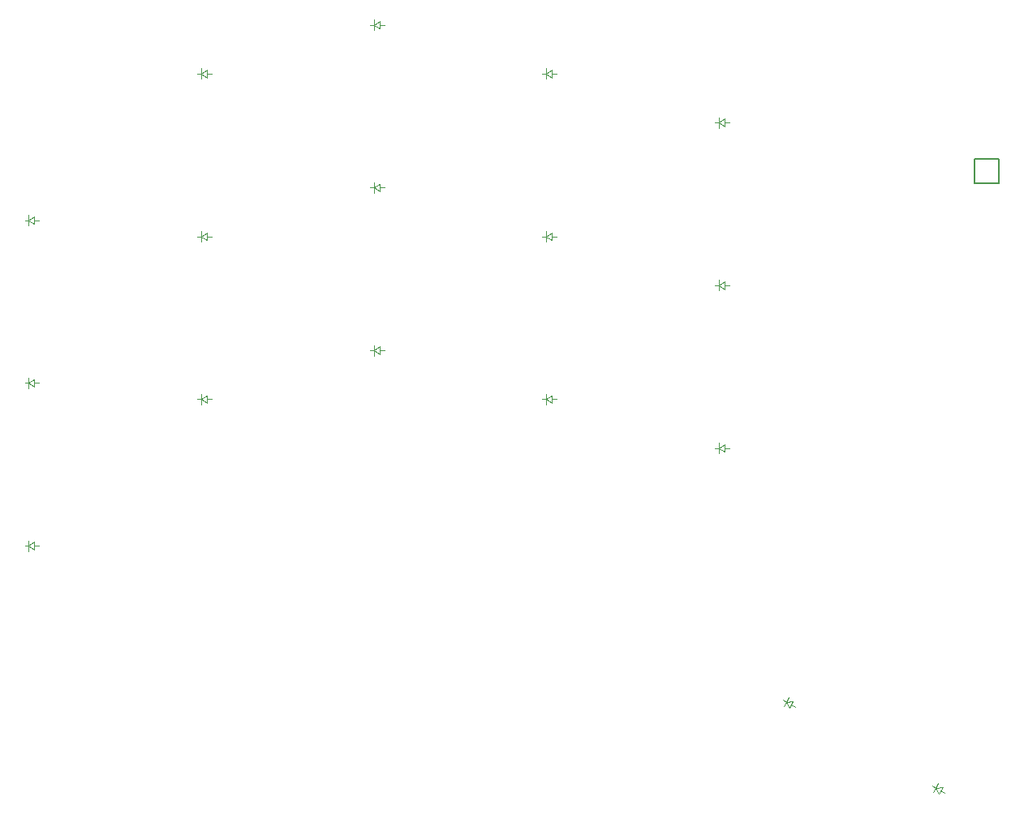
<source format=gbr>
%TF.GenerationSoftware,KiCad,Pcbnew,(6.0.6-1)-1*%
%TF.CreationDate,2022-08-23T15:15:48-05:00*%
%TF.ProjectId,smcboard,736d6362-6f61-4726-942e-6b696361645f,v1.0.0*%
%TF.SameCoordinates,Original*%
%TF.FileFunction,Legend,Bot*%
%TF.FilePolarity,Positive*%
%FSLAX46Y46*%
G04 Gerber Fmt 4.6, Leading zero omitted, Abs format (unit mm)*
G04 Created by KiCad (PCBNEW (6.0.6-1)-1) date 2022-08-23 15:15:48*
%MOMM*%
%LPD*%
G01*
G04 APERTURE LIST*
%ADD10C,0.100000*%
%ADD11C,0.150000*%
G04 APERTURE END LIST*
D10*
%TO.C,D6*%
X92750000Y-49650000D02*
X92150000Y-49250000D01*
X92150000Y-49250000D02*
X92150000Y-49800000D01*
X92750000Y-49250000D02*
X93250000Y-49250000D01*
X92750000Y-48850000D02*
X92750000Y-49650000D01*
X92150000Y-49250000D02*
X92750000Y-48850000D01*
X92150000Y-49250000D02*
X92150000Y-48700000D01*
X91750000Y-49250000D02*
X92150000Y-49250000D01*
%TO.C,D14*%
X146150000Y-71350000D02*
X146750000Y-70950000D01*
X146750000Y-71750000D02*
X146150000Y-71350000D01*
X146150000Y-71350000D02*
X146150000Y-70800000D01*
X145750000Y-71350000D02*
X146150000Y-71350000D01*
X146750000Y-70950000D02*
X146750000Y-71750000D01*
X146750000Y-71350000D02*
X147250000Y-71350000D01*
X146150000Y-71350000D02*
X146150000Y-71900000D01*
%TO.C,D17*%
X168438938Y-123639102D02*
X168785348Y-123839102D01*
X168785348Y-123839102D02*
X168510348Y-124315416D01*
X169104963Y-124485512D02*
X168785348Y-123839102D01*
X169304963Y-124139102D02*
X169737976Y-124389102D01*
X168785348Y-123839102D02*
X169060348Y-123362788D01*
X168785348Y-123839102D02*
X169504963Y-123792692D01*
X169504963Y-123792692D02*
X169104963Y-124485512D01*
%TO.C,D12*%
X128750000Y-49250000D02*
X129250000Y-49250000D01*
X128750000Y-48850000D02*
X128750000Y-49650000D01*
X128150000Y-49250000D02*
X128150000Y-49800000D01*
X128750000Y-49650000D02*
X128150000Y-49250000D01*
X128150000Y-49250000D02*
X128150000Y-48700000D01*
X128150000Y-49250000D02*
X128750000Y-48850000D01*
X127750000Y-49250000D02*
X128150000Y-49250000D01*
%TO.C,D5*%
X92750000Y-66250000D02*
X93250000Y-66250000D01*
X91750000Y-66250000D02*
X92150000Y-66250000D01*
X92150000Y-66250000D02*
X92750000Y-65850000D01*
X92150000Y-66250000D02*
X92150000Y-65700000D01*
X92750000Y-65850000D02*
X92750000Y-66650000D01*
X92750000Y-66650000D02*
X92150000Y-66250000D01*
X92150000Y-66250000D02*
X92150000Y-66800000D01*
%TO.C,D2*%
X74750000Y-81150000D02*
X74750000Y-81950000D01*
X74750000Y-81950000D02*
X74150000Y-81550000D01*
X74150000Y-81550000D02*
X74750000Y-81150000D01*
X74750000Y-81550000D02*
X75250000Y-81550000D01*
X74150000Y-81550000D02*
X74150000Y-82100000D01*
X73750000Y-81550000D02*
X74150000Y-81550000D01*
X74150000Y-81550000D02*
X74150000Y-81000000D01*
%TO.C,D9*%
X110150000Y-44150000D02*
X110150000Y-43600000D01*
X110750000Y-44150000D02*
X111250000Y-44150000D01*
X109750000Y-44150000D02*
X110150000Y-44150000D01*
X110750000Y-43750000D02*
X110750000Y-44550000D01*
X110750000Y-44550000D02*
X110150000Y-44150000D01*
X110150000Y-44150000D02*
X110750000Y-43750000D01*
X110150000Y-44150000D02*
X110150000Y-44700000D01*
%TO.C,D16*%
X153196891Y-114839102D02*
X152921891Y-115315416D01*
X152850481Y-114639102D02*
X153196891Y-114839102D01*
X153516506Y-115485512D02*
X153196891Y-114839102D01*
X153916506Y-114792692D02*
X153516506Y-115485512D01*
X153716506Y-115139102D02*
X154149519Y-115389102D01*
X153196891Y-114839102D02*
X153471891Y-114362788D01*
X153196891Y-114839102D02*
X153916506Y-114792692D01*
%TO.C,D13*%
X146150000Y-88350000D02*
X146150000Y-88900000D01*
X146750000Y-88750000D02*
X146150000Y-88350000D01*
X146150000Y-88350000D02*
X146750000Y-87950000D01*
X145750000Y-88350000D02*
X146150000Y-88350000D01*
X146750000Y-87950000D02*
X146750000Y-88750000D01*
X146750000Y-88350000D02*
X147250000Y-88350000D01*
X146150000Y-88350000D02*
X146150000Y-87800000D01*
%TO.C,D10*%
X128150000Y-83250000D02*
X128150000Y-83800000D01*
X127750000Y-83250000D02*
X128150000Y-83250000D01*
X128750000Y-83250000D02*
X129250000Y-83250000D01*
X128150000Y-83250000D02*
X128150000Y-82700000D01*
X128750000Y-83650000D02*
X128150000Y-83250000D01*
X128150000Y-83250000D02*
X128750000Y-82850000D01*
X128750000Y-82850000D02*
X128750000Y-83650000D01*
D11*
%TO.C,MCU1*%
X172850000Y-58110000D02*
X175390000Y-58110000D01*
X172850000Y-58110000D02*
X172850000Y-60650000D01*
X175390000Y-60650000D02*
X175390000Y-58110000D01*
X172850000Y-60650000D02*
X175390000Y-60650000D01*
D10*
%TO.C,D7*%
X110750000Y-78150000D02*
X111250000Y-78150000D01*
X110150000Y-78150000D02*
X110150000Y-78700000D01*
X110150000Y-78150000D02*
X110750000Y-77750000D01*
X109750000Y-78150000D02*
X110150000Y-78150000D01*
X110150000Y-78150000D02*
X110150000Y-77600000D01*
X110750000Y-77750000D02*
X110750000Y-78550000D01*
X110750000Y-78550000D02*
X110150000Y-78150000D01*
%TO.C,D15*%
X146150000Y-54350000D02*
X146750000Y-53950000D01*
X146750000Y-54350000D02*
X147250000Y-54350000D01*
X146150000Y-54350000D02*
X146150000Y-53800000D01*
X145750000Y-54350000D02*
X146150000Y-54350000D01*
X146750000Y-53950000D02*
X146750000Y-54750000D01*
X146150000Y-54350000D02*
X146150000Y-54900000D01*
X146750000Y-54750000D02*
X146150000Y-54350000D01*
%TO.C,D11*%
X128750000Y-66650000D02*
X128150000Y-66250000D01*
X128150000Y-66250000D02*
X128150000Y-66800000D01*
X127750000Y-66250000D02*
X128150000Y-66250000D01*
X128150000Y-66250000D02*
X128150000Y-65700000D01*
X128750000Y-65850000D02*
X128750000Y-66650000D01*
X128750000Y-66250000D02*
X129250000Y-66250000D01*
X128150000Y-66250000D02*
X128750000Y-65850000D01*
%TO.C,D4*%
X92750000Y-83250000D02*
X93250000Y-83250000D01*
X92150000Y-83250000D02*
X92150000Y-82700000D01*
X91750000Y-83250000D02*
X92150000Y-83250000D01*
X92750000Y-83650000D02*
X92150000Y-83250000D01*
X92150000Y-83250000D02*
X92750000Y-82850000D01*
X92750000Y-82850000D02*
X92750000Y-83650000D01*
X92150000Y-83250000D02*
X92150000Y-83800000D01*
%TO.C,D3*%
X73750000Y-64550000D02*
X74150000Y-64550000D01*
X74150000Y-64550000D02*
X74750000Y-64150000D01*
X74150000Y-64550000D02*
X74150000Y-65100000D01*
X74750000Y-64550000D02*
X75250000Y-64550000D01*
X74750000Y-64150000D02*
X74750000Y-64950000D01*
X74750000Y-64950000D02*
X74150000Y-64550000D01*
X74150000Y-64550000D02*
X74150000Y-64000000D01*
%TO.C,D8*%
X110750000Y-60750000D02*
X110750000Y-61550000D01*
X109750000Y-61150000D02*
X110150000Y-61150000D01*
X110750000Y-61150000D02*
X111250000Y-61150000D01*
X110150000Y-61150000D02*
X110150000Y-60600000D01*
X110750000Y-61550000D02*
X110150000Y-61150000D01*
X110150000Y-61150000D02*
X110150000Y-61700000D01*
X110150000Y-61150000D02*
X110750000Y-60750000D01*
%TO.C,D1*%
X74150000Y-98550000D02*
X74150000Y-99100000D01*
X74750000Y-98550000D02*
X75250000Y-98550000D01*
X74150000Y-98550000D02*
X74750000Y-98150000D01*
X74750000Y-98950000D02*
X74150000Y-98550000D01*
X74150000Y-98550000D02*
X74150000Y-98000000D01*
X74750000Y-98150000D02*
X74750000Y-98950000D01*
X73750000Y-98550000D02*
X74150000Y-98550000D01*
%TD*%
M02*

</source>
